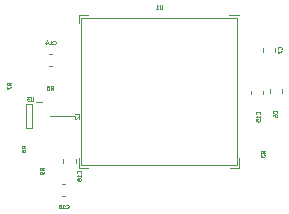
<source format=gbr>
%TF.GenerationSoftware,KiCad,Pcbnew,(7.0.0)*%
%TF.CreationDate,2023-10-08T10:18:40-07:00*%
%TF.ProjectId,Dot-LED,446f742d-4c45-4442-9e6b-696361645f70,rev?*%
%TF.SameCoordinates,Original*%
%TF.FileFunction,Legend,Bot*%
%TF.FilePolarity,Positive*%
%FSLAX46Y46*%
G04 Gerber Fmt 4.6, Leading zero omitted, Abs format (unit mm)*
G04 Created by KiCad (PCBNEW (7.0.0)) date 2023-10-08 10:18:40*
%MOMM*%
%LPD*%
G01*
G04 APERTURE LIST*
%ADD10C,0.082500*%
%ADD11C,0.125000*%
G04 APERTURE END LIST*
D10*
%TO.C,C7*%
X138439807Y-52094999D02*
X138455521Y-52079285D01*
X138455521Y-52079285D02*
X138471235Y-52032142D01*
X138471235Y-52032142D02*
X138471235Y-52000714D01*
X138471235Y-52000714D02*
X138455521Y-51953571D01*
X138455521Y-51953571D02*
X138424092Y-51922142D01*
X138424092Y-51922142D02*
X138392664Y-51906428D01*
X138392664Y-51906428D02*
X138329807Y-51890714D01*
X138329807Y-51890714D02*
X138282664Y-51890714D01*
X138282664Y-51890714D02*
X138219807Y-51906428D01*
X138219807Y-51906428D02*
X138188378Y-51922142D01*
X138188378Y-51922142D02*
X138156950Y-51953571D01*
X138156950Y-51953571D02*
X138141235Y-52000714D01*
X138141235Y-52000714D02*
X138141235Y-52032142D01*
X138141235Y-52032142D02*
X138156950Y-52079285D01*
X138156950Y-52079285D02*
X138172664Y-52094999D01*
X138141235Y-52204999D02*
X138141235Y-52424999D01*
X138141235Y-52424999D02*
X138471235Y-52283571D01*
%TO.C,U1*%
X128326428Y-48366235D02*
X128326428Y-48633378D01*
X128326428Y-48633378D02*
X128310714Y-48664807D01*
X128310714Y-48664807D02*
X128295000Y-48680521D01*
X128295000Y-48680521D02*
X128263571Y-48696235D01*
X128263571Y-48696235D02*
X128200714Y-48696235D01*
X128200714Y-48696235D02*
X128169285Y-48680521D01*
X128169285Y-48680521D02*
X128153571Y-48664807D01*
X128153571Y-48664807D02*
X128137857Y-48633378D01*
X128137857Y-48633378D02*
X128137857Y-48366235D01*
X127807857Y-48696235D02*
X127996428Y-48696235D01*
X127902143Y-48696235D02*
X127902143Y-48366235D01*
X127902143Y-48366235D02*
X127933571Y-48413378D01*
X127933571Y-48413378D02*
X127965000Y-48444807D01*
X127965000Y-48444807D02*
X127996428Y-48460521D01*
%TO.C,C14*%
X119112143Y-51659807D02*
X119127857Y-51675521D01*
X119127857Y-51675521D02*
X119175000Y-51691235D01*
X119175000Y-51691235D02*
X119206428Y-51691235D01*
X119206428Y-51691235D02*
X119253571Y-51675521D01*
X119253571Y-51675521D02*
X119285000Y-51644092D01*
X119285000Y-51644092D02*
X119300714Y-51612664D01*
X119300714Y-51612664D02*
X119316428Y-51549807D01*
X119316428Y-51549807D02*
X119316428Y-51502664D01*
X119316428Y-51502664D02*
X119300714Y-51439807D01*
X119300714Y-51439807D02*
X119285000Y-51408378D01*
X119285000Y-51408378D02*
X119253571Y-51376950D01*
X119253571Y-51376950D02*
X119206428Y-51361235D01*
X119206428Y-51361235D02*
X119175000Y-51361235D01*
X119175000Y-51361235D02*
X119127857Y-51376950D01*
X119127857Y-51376950D02*
X119112143Y-51392664D01*
X118797857Y-51691235D02*
X118986428Y-51691235D01*
X118892143Y-51691235D02*
X118892143Y-51361235D01*
X118892143Y-51361235D02*
X118923571Y-51408378D01*
X118923571Y-51408378D02*
X118955000Y-51439807D01*
X118955000Y-51439807D02*
X118986428Y-51455521D01*
X118515000Y-51471235D02*
X118515000Y-51691235D01*
X118593571Y-51345521D02*
X118672142Y-51581235D01*
X118672142Y-51581235D02*
X118467857Y-51581235D01*
%TO.C,C18*%
X121439807Y-62587856D02*
X121455521Y-62572142D01*
X121455521Y-62572142D02*
X121471235Y-62524999D01*
X121471235Y-62524999D02*
X121471235Y-62493571D01*
X121471235Y-62493571D02*
X121455521Y-62446428D01*
X121455521Y-62446428D02*
X121424092Y-62414999D01*
X121424092Y-62414999D02*
X121392664Y-62399285D01*
X121392664Y-62399285D02*
X121329807Y-62383571D01*
X121329807Y-62383571D02*
X121282664Y-62383571D01*
X121282664Y-62383571D02*
X121219807Y-62399285D01*
X121219807Y-62399285D02*
X121188378Y-62414999D01*
X121188378Y-62414999D02*
X121156950Y-62446428D01*
X121156950Y-62446428D02*
X121141235Y-62493571D01*
X121141235Y-62493571D02*
X121141235Y-62524999D01*
X121141235Y-62524999D02*
X121156950Y-62572142D01*
X121156950Y-62572142D02*
X121172664Y-62587856D01*
X121471235Y-62902142D02*
X121471235Y-62713571D01*
X121471235Y-62807856D02*
X121141235Y-62807856D01*
X121141235Y-62807856D02*
X121188378Y-62776428D01*
X121188378Y-62776428D02*
X121219807Y-62744999D01*
X121219807Y-62744999D02*
X121235521Y-62713571D01*
X121282664Y-63090714D02*
X121266950Y-63059285D01*
X121266950Y-63059285D02*
X121251235Y-63043571D01*
X121251235Y-63043571D02*
X121219807Y-63027857D01*
X121219807Y-63027857D02*
X121204092Y-63027857D01*
X121204092Y-63027857D02*
X121172664Y-63043571D01*
X121172664Y-63043571D02*
X121156950Y-63059285D01*
X121156950Y-63059285D02*
X121141235Y-63090714D01*
X121141235Y-63090714D02*
X121141235Y-63153571D01*
X121141235Y-63153571D02*
X121156950Y-63185000D01*
X121156950Y-63185000D02*
X121172664Y-63200714D01*
X121172664Y-63200714D02*
X121204092Y-63216428D01*
X121204092Y-63216428D02*
X121219807Y-63216428D01*
X121219807Y-63216428D02*
X121251235Y-63200714D01*
X121251235Y-63200714D02*
X121266950Y-63185000D01*
X121266950Y-63185000D02*
X121282664Y-63153571D01*
X121282664Y-63153571D02*
X121282664Y-63090714D01*
X121282664Y-63090714D02*
X121298378Y-63059285D01*
X121298378Y-63059285D02*
X121314092Y-63043571D01*
X121314092Y-63043571D02*
X121345521Y-63027857D01*
X121345521Y-63027857D02*
X121408378Y-63027857D01*
X121408378Y-63027857D02*
X121439807Y-63043571D01*
X121439807Y-63043571D02*
X121455521Y-63059285D01*
X121455521Y-63059285D02*
X121471235Y-63090714D01*
X121471235Y-63090714D02*
X121471235Y-63153571D01*
X121471235Y-63153571D02*
X121455521Y-63185000D01*
X121455521Y-63185000D02*
X121439807Y-63200714D01*
X121439807Y-63200714D02*
X121408378Y-63216428D01*
X121408378Y-63216428D02*
X121345521Y-63216428D01*
X121345521Y-63216428D02*
X121314092Y-63200714D01*
X121314092Y-63200714D02*
X121298378Y-63185000D01*
X121298378Y-63185000D02*
X121282664Y-63153571D01*
%TO.C,R7*%
X115571235Y-55144999D02*
X115414092Y-55034999D01*
X115571235Y-54956428D02*
X115241235Y-54956428D01*
X115241235Y-54956428D02*
X115241235Y-55082142D01*
X115241235Y-55082142D02*
X115256950Y-55113571D01*
X115256950Y-55113571D02*
X115272664Y-55129285D01*
X115272664Y-55129285D02*
X115304092Y-55144999D01*
X115304092Y-55144999D02*
X115351235Y-55144999D01*
X115351235Y-55144999D02*
X115382664Y-55129285D01*
X115382664Y-55129285D02*
X115398378Y-55113571D01*
X115398378Y-55113571D02*
X115414092Y-55082142D01*
X115414092Y-55082142D02*
X115414092Y-54956428D01*
X115241235Y-55254999D02*
X115241235Y-55474999D01*
X115241235Y-55474999D02*
X115571235Y-55333571D01*
%TO.C,R9*%
X118321235Y-62344999D02*
X118164092Y-62234999D01*
X118321235Y-62156428D02*
X117991235Y-62156428D01*
X117991235Y-62156428D02*
X117991235Y-62282142D01*
X117991235Y-62282142D02*
X118006950Y-62313571D01*
X118006950Y-62313571D02*
X118022664Y-62329285D01*
X118022664Y-62329285D02*
X118054092Y-62344999D01*
X118054092Y-62344999D02*
X118101235Y-62344999D01*
X118101235Y-62344999D02*
X118132664Y-62329285D01*
X118132664Y-62329285D02*
X118148378Y-62313571D01*
X118148378Y-62313571D02*
X118164092Y-62282142D01*
X118164092Y-62282142D02*
X118164092Y-62156428D01*
X118321235Y-62502142D02*
X118321235Y-62564999D01*
X118321235Y-62564999D02*
X118305521Y-62596428D01*
X118305521Y-62596428D02*
X118289807Y-62612142D01*
X118289807Y-62612142D02*
X118242664Y-62643571D01*
X118242664Y-62643571D02*
X118179807Y-62659285D01*
X118179807Y-62659285D02*
X118054092Y-62659285D01*
X118054092Y-62659285D02*
X118022664Y-62643571D01*
X118022664Y-62643571D02*
X118006950Y-62627857D01*
X118006950Y-62627857D02*
X117991235Y-62596428D01*
X117991235Y-62596428D02*
X117991235Y-62533571D01*
X117991235Y-62533571D02*
X118006950Y-62502142D01*
X118006950Y-62502142D02*
X118022664Y-62486428D01*
X118022664Y-62486428D02*
X118054092Y-62470714D01*
X118054092Y-62470714D02*
X118132664Y-62470714D01*
X118132664Y-62470714D02*
X118164092Y-62486428D01*
X118164092Y-62486428D02*
X118179807Y-62502142D01*
X118179807Y-62502142D02*
X118195521Y-62533571D01*
X118195521Y-62533571D02*
X118195521Y-62596428D01*
X118195521Y-62596428D02*
X118179807Y-62627857D01*
X118179807Y-62627857D02*
X118164092Y-62643571D01*
X118164092Y-62643571D02*
X118132664Y-62659285D01*
%TO.C,C6*%
X138039807Y-57494999D02*
X138055521Y-57479285D01*
X138055521Y-57479285D02*
X138071235Y-57432142D01*
X138071235Y-57432142D02*
X138071235Y-57400714D01*
X138071235Y-57400714D02*
X138055521Y-57353571D01*
X138055521Y-57353571D02*
X138024092Y-57322142D01*
X138024092Y-57322142D02*
X137992664Y-57306428D01*
X137992664Y-57306428D02*
X137929807Y-57290714D01*
X137929807Y-57290714D02*
X137882664Y-57290714D01*
X137882664Y-57290714D02*
X137819807Y-57306428D01*
X137819807Y-57306428D02*
X137788378Y-57322142D01*
X137788378Y-57322142D02*
X137756950Y-57353571D01*
X137756950Y-57353571D02*
X137741235Y-57400714D01*
X137741235Y-57400714D02*
X137741235Y-57432142D01*
X137741235Y-57432142D02*
X137756950Y-57479285D01*
X137756950Y-57479285D02*
X137772664Y-57494999D01*
X137741235Y-57777857D02*
X137741235Y-57714999D01*
X137741235Y-57714999D02*
X137756950Y-57683571D01*
X137756950Y-57683571D02*
X137772664Y-57667857D01*
X137772664Y-57667857D02*
X137819807Y-57636428D01*
X137819807Y-57636428D02*
X137882664Y-57620714D01*
X137882664Y-57620714D02*
X138008378Y-57620714D01*
X138008378Y-57620714D02*
X138039807Y-57636428D01*
X138039807Y-57636428D02*
X138055521Y-57652142D01*
X138055521Y-57652142D02*
X138071235Y-57683571D01*
X138071235Y-57683571D02*
X138071235Y-57746428D01*
X138071235Y-57746428D02*
X138055521Y-57777857D01*
X138055521Y-57777857D02*
X138039807Y-57793571D01*
X138039807Y-57793571D02*
X138008378Y-57809285D01*
X138008378Y-57809285D02*
X137929807Y-57809285D01*
X137929807Y-57809285D02*
X137898378Y-57793571D01*
X137898378Y-57793571D02*
X137882664Y-57777857D01*
X137882664Y-57777857D02*
X137866950Y-57746428D01*
X137866950Y-57746428D02*
X137866950Y-57683571D01*
X137866950Y-57683571D02*
X137882664Y-57652142D01*
X137882664Y-57652142D02*
X137898378Y-57636428D01*
X137898378Y-57636428D02*
X137929807Y-57620714D01*
%TO.C,C16*%
X120212143Y-65539807D02*
X120227857Y-65555521D01*
X120227857Y-65555521D02*
X120275000Y-65571235D01*
X120275000Y-65571235D02*
X120306428Y-65571235D01*
X120306428Y-65571235D02*
X120353571Y-65555521D01*
X120353571Y-65555521D02*
X120385000Y-65524092D01*
X120385000Y-65524092D02*
X120400714Y-65492664D01*
X120400714Y-65492664D02*
X120416428Y-65429807D01*
X120416428Y-65429807D02*
X120416428Y-65382664D01*
X120416428Y-65382664D02*
X120400714Y-65319807D01*
X120400714Y-65319807D02*
X120385000Y-65288378D01*
X120385000Y-65288378D02*
X120353571Y-65256950D01*
X120353571Y-65256950D02*
X120306428Y-65241235D01*
X120306428Y-65241235D02*
X120275000Y-65241235D01*
X120275000Y-65241235D02*
X120227857Y-65256950D01*
X120227857Y-65256950D02*
X120212143Y-65272664D01*
X119897857Y-65571235D02*
X120086428Y-65571235D01*
X119992143Y-65571235D02*
X119992143Y-65241235D01*
X119992143Y-65241235D02*
X120023571Y-65288378D01*
X120023571Y-65288378D02*
X120055000Y-65319807D01*
X120055000Y-65319807D02*
X120086428Y-65335521D01*
X119615000Y-65241235D02*
X119677857Y-65241235D01*
X119677857Y-65241235D02*
X119709285Y-65256950D01*
X119709285Y-65256950D02*
X119725000Y-65272664D01*
X119725000Y-65272664D02*
X119756428Y-65319807D01*
X119756428Y-65319807D02*
X119772142Y-65382664D01*
X119772142Y-65382664D02*
X119772142Y-65508378D01*
X119772142Y-65508378D02*
X119756428Y-65539807D01*
X119756428Y-65539807D02*
X119740714Y-65555521D01*
X119740714Y-65555521D02*
X119709285Y-65571235D01*
X119709285Y-65571235D02*
X119646428Y-65571235D01*
X119646428Y-65571235D02*
X119615000Y-65555521D01*
X119615000Y-65555521D02*
X119599285Y-65539807D01*
X119599285Y-65539807D02*
X119583571Y-65508378D01*
X119583571Y-65508378D02*
X119583571Y-65429807D01*
X119583571Y-65429807D02*
X119599285Y-65398378D01*
X119599285Y-65398378D02*
X119615000Y-65382664D01*
X119615000Y-65382664D02*
X119646428Y-65366950D01*
X119646428Y-65366950D02*
X119709285Y-65366950D01*
X119709285Y-65366950D02*
X119740714Y-65382664D01*
X119740714Y-65382664D02*
X119756428Y-65398378D01*
X119756428Y-65398378D02*
X119772142Y-65429807D01*
%TO.C,R3*%
X137021235Y-60894999D02*
X136864092Y-60784999D01*
X137021235Y-60706428D02*
X136691235Y-60706428D01*
X136691235Y-60706428D02*
X136691235Y-60832142D01*
X136691235Y-60832142D02*
X136706950Y-60863571D01*
X136706950Y-60863571D02*
X136722664Y-60879285D01*
X136722664Y-60879285D02*
X136754092Y-60894999D01*
X136754092Y-60894999D02*
X136801235Y-60894999D01*
X136801235Y-60894999D02*
X136832664Y-60879285D01*
X136832664Y-60879285D02*
X136848378Y-60863571D01*
X136848378Y-60863571D02*
X136864092Y-60832142D01*
X136864092Y-60832142D02*
X136864092Y-60706428D01*
X136691235Y-61004999D02*
X136691235Y-61209285D01*
X136691235Y-61209285D02*
X136816950Y-61099285D01*
X136816950Y-61099285D02*
X136816950Y-61146428D01*
X136816950Y-61146428D02*
X136832664Y-61177857D01*
X136832664Y-61177857D02*
X136848378Y-61193571D01*
X136848378Y-61193571D02*
X136879807Y-61209285D01*
X136879807Y-61209285D02*
X136958378Y-61209285D01*
X136958378Y-61209285D02*
X136989807Y-61193571D01*
X136989807Y-61193571D02*
X137005521Y-61177857D01*
X137005521Y-61177857D02*
X137021235Y-61146428D01*
X137021235Y-61146428D02*
X137021235Y-61052142D01*
X137021235Y-61052142D02*
X137005521Y-61020714D01*
X137005521Y-61020714D02*
X136989807Y-61004999D01*
%TO.C,R8*%
X116771235Y-60494999D02*
X116614092Y-60384999D01*
X116771235Y-60306428D02*
X116441235Y-60306428D01*
X116441235Y-60306428D02*
X116441235Y-60432142D01*
X116441235Y-60432142D02*
X116456950Y-60463571D01*
X116456950Y-60463571D02*
X116472664Y-60479285D01*
X116472664Y-60479285D02*
X116504092Y-60494999D01*
X116504092Y-60494999D02*
X116551235Y-60494999D01*
X116551235Y-60494999D02*
X116582664Y-60479285D01*
X116582664Y-60479285D02*
X116598378Y-60463571D01*
X116598378Y-60463571D02*
X116614092Y-60432142D01*
X116614092Y-60432142D02*
X116614092Y-60306428D01*
X116582664Y-60683571D02*
X116566950Y-60652142D01*
X116566950Y-60652142D02*
X116551235Y-60636428D01*
X116551235Y-60636428D02*
X116519807Y-60620714D01*
X116519807Y-60620714D02*
X116504092Y-60620714D01*
X116504092Y-60620714D02*
X116472664Y-60636428D01*
X116472664Y-60636428D02*
X116456950Y-60652142D01*
X116456950Y-60652142D02*
X116441235Y-60683571D01*
X116441235Y-60683571D02*
X116441235Y-60746428D01*
X116441235Y-60746428D02*
X116456950Y-60777857D01*
X116456950Y-60777857D02*
X116472664Y-60793571D01*
X116472664Y-60793571D02*
X116504092Y-60809285D01*
X116504092Y-60809285D02*
X116519807Y-60809285D01*
X116519807Y-60809285D02*
X116551235Y-60793571D01*
X116551235Y-60793571D02*
X116566950Y-60777857D01*
X116566950Y-60777857D02*
X116582664Y-60746428D01*
X116582664Y-60746428D02*
X116582664Y-60683571D01*
X116582664Y-60683571D02*
X116598378Y-60652142D01*
X116598378Y-60652142D02*
X116614092Y-60636428D01*
X116614092Y-60636428D02*
X116645521Y-60620714D01*
X116645521Y-60620714D02*
X116708378Y-60620714D01*
X116708378Y-60620714D02*
X116739807Y-60636428D01*
X116739807Y-60636428D02*
X116755521Y-60652142D01*
X116755521Y-60652142D02*
X116771235Y-60683571D01*
X116771235Y-60683571D02*
X116771235Y-60746428D01*
X116771235Y-60746428D02*
X116755521Y-60777857D01*
X116755521Y-60777857D02*
X116739807Y-60793571D01*
X116739807Y-60793571D02*
X116708378Y-60809285D01*
X116708378Y-60809285D02*
X116645521Y-60809285D01*
X116645521Y-60809285D02*
X116614092Y-60793571D01*
X116614092Y-60793571D02*
X116598378Y-60777857D01*
X116598378Y-60777857D02*
X116582664Y-60746428D01*
%TO.C,U3*%
X117451428Y-56141235D02*
X117451428Y-56408378D01*
X117451428Y-56408378D02*
X117435714Y-56439807D01*
X117435714Y-56439807D02*
X117420000Y-56455521D01*
X117420000Y-56455521D02*
X117388571Y-56471235D01*
X117388571Y-56471235D02*
X117325714Y-56471235D01*
X117325714Y-56471235D02*
X117294285Y-56455521D01*
X117294285Y-56455521D02*
X117278571Y-56439807D01*
X117278571Y-56439807D02*
X117262857Y-56408378D01*
X117262857Y-56408378D02*
X117262857Y-56141235D01*
X117137143Y-56141235D02*
X116932857Y-56141235D01*
X116932857Y-56141235D02*
X117042857Y-56266950D01*
X117042857Y-56266950D02*
X116995714Y-56266950D01*
X116995714Y-56266950D02*
X116964286Y-56282664D01*
X116964286Y-56282664D02*
X116948571Y-56298378D01*
X116948571Y-56298378D02*
X116932857Y-56329807D01*
X116932857Y-56329807D02*
X116932857Y-56408378D01*
X116932857Y-56408378D02*
X116948571Y-56439807D01*
X116948571Y-56439807D02*
X116964286Y-56455521D01*
X116964286Y-56455521D02*
X116995714Y-56471235D01*
X116995714Y-56471235D02*
X117090000Y-56471235D01*
X117090000Y-56471235D02*
X117121428Y-56455521D01*
X117121428Y-56455521D02*
X117137143Y-56439807D01*
%TO.C,C15*%
X136589807Y-57587856D02*
X136605521Y-57572142D01*
X136605521Y-57572142D02*
X136621235Y-57524999D01*
X136621235Y-57524999D02*
X136621235Y-57493571D01*
X136621235Y-57493571D02*
X136605521Y-57446428D01*
X136605521Y-57446428D02*
X136574092Y-57414999D01*
X136574092Y-57414999D02*
X136542664Y-57399285D01*
X136542664Y-57399285D02*
X136479807Y-57383571D01*
X136479807Y-57383571D02*
X136432664Y-57383571D01*
X136432664Y-57383571D02*
X136369807Y-57399285D01*
X136369807Y-57399285D02*
X136338378Y-57414999D01*
X136338378Y-57414999D02*
X136306950Y-57446428D01*
X136306950Y-57446428D02*
X136291235Y-57493571D01*
X136291235Y-57493571D02*
X136291235Y-57524999D01*
X136291235Y-57524999D02*
X136306950Y-57572142D01*
X136306950Y-57572142D02*
X136322664Y-57587856D01*
X136621235Y-57902142D02*
X136621235Y-57713571D01*
X136621235Y-57807856D02*
X136291235Y-57807856D01*
X136291235Y-57807856D02*
X136338378Y-57776428D01*
X136338378Y-57776428D02*
X136369807Y-57744999D01*
X136369807Y-57744999D02*
X136385521Y-57713571D01*
X136291235Y-58200714D02*
X136291235Y-58043571D01*
X136291235Y-58043571D02*
X136448378Y-58027857D01*
X136448378Y-58027857D02*
X136432664Y-58043571D01*
X136432664Y-58043571D02*
X136416950Y-58075000D01*
X136416950Y-58075000D02*
X136416950Y-58153571D01*
X136416950Y-58153571D02*
X136432664Y-58185000D01*
X136432664Y-58185000D02*
X136448378Y-58200714D01*
X136448378Y-58200714D02*
X136479807Y-58216428D01*
X136479807Y-58216428D02*
X136558378Y-58216428D01*
X136558378Y-58216428D02*
X136589807Y-58200714D01*
X136589807Y-58200714D02*
X136605521Y-58185000D01*
X136605521Y-58185000D02*
X136621235Y-58153571D01*
X136621235Y-58153571D02*
X136621235Y-58075000D01*
X136621235Y-58075000D02*
X136605521Y-58043571D01*
X136605521Y-58043571D02*
X136589807Y-58027857D01*
%TO.C,R6*%
X118905000Y-55521235D02*
X119015000Y-55364092D01*
X119093571Y-55521235D02*
X119093571Y-55191235D01*
X119093571Y-55191235D02*
X118967857Y-55191235D01*
X118967857Y-55191235D02*
X118936428Y-55206950D01*
X118936428Y-55206950D02*
X118920714Y-55222664D01*
X118920714Y-55222664D02*
X118905000Y-55254092D01*
X118905000Y-55254092D02*
X118905000Y-55301235D01*
X118905000Y-55301235D02*
X118920714Y-55332664D01*
X118920714Y-55332664D02*
X118936428Y-55348378D01*
X118936428Y-55348378D02*
X118967857Y-55364092D01*
X118967857Y-55364092D02*
X119093571Y-55364092D01*
X118622143Y-55191235D02*
X118685000Y-55191235D01*
X118685000Y-55191235D02*
X118716428Y-55206950D01*
X118716428Y-55206950D02*
X118732143Y-55222664D01*
X118732143Y-55222664D02*
X118763571Y-55269807D01*
X118763571Y-55269807D02*
X118779285Y-55332664D01*
X118779285Y-55332664D02*
X118779285Y-55458378D01*
X118779285Y-55458378D02*
X118763571Y-55489807D01*
X118763571Y-55489807D02*
X118747857Y-55505521D01*
X118747857Y-55505521D02*
X118716428Y-55521235D01*
X118716428Y-55521235D02*
X118653571Y-55521235D01*
X118653571Y-55521235D02*
X118622143Y-55505521D01*
X118622143Y-55505521D02*
X118606428Y-55489807D01*
X118606428Y-55489807D02*
X118590714Y-55458378D01*
X118590714Y-55458378D02*
X118590714Y-55379807D01*
X118590714Y-55379807D02*
X118606428Y-55348378D01*
X118606428Y-55348378D02*
X118622143Y-55332664D01*
X118622143Y-55332664D02*
X118653571Y-55316950D01*
X118653571Y-55316950D02*
X118716428Y-55316950D01*
X118716428Y-55316950D02*
X118747857Y-55332664D01*
X118747857Y-55332664D02*
X118763571Y-55348378D01*
X118763571Y-55348378D02*
X118779285Y-55379807D01*
%TO.C,L2*%
X121271235Y-57695000D02*
X121271235Y-57537857D01*
X121271235Y-57537857D02*
X120941235Y-57537857D01*
X120972664Y-57789286D02*
X120956950Y-57805000D01*
X120956950Y-57805000D02*
X120941235Y-57836429D01*
X120941235Y-57836429D02*
X120941235Y-57915000D01*
X120941235Y-57915000D02*
X120956950Y-57946429D01*
X120956950Y-57946429D02*
X120972664Y-57962143D01*
X120972664Y-57962143D02*
X121004092Y-57977857D01*
X121004092Y-57977857D02*
X121035521Y-57977857D01*
X121035521Y-57977857D02*
X121082664Y-57962143D01*
X121082664Y-57962143D02*
X121271235Y-57773571D01*
X121271235Y-57773571D02*
X121271235Y-57977857D01*
D11*
%TO.C,C7*%
X137910000Y-52003733D02*
X137910000Y-52296267D01*
X136890000Y-52003733D02*
X136890000Y-52296267D01*
%TO.C,U1*%
X134875000Y-62125000D02*
X134075000Y-62125000D01*
X134875000Y-61325000D02*
X134875000Y-62125000D01*
X134675000Y-61925000D02*
X134675000Y-49425000D01*
X134675000Y-49425000D02*
X121475000Y-49425000D01*
X134000000Y-49225000D02*
X134850000Y-49225000D01*
X122025000Y-49225000D02*
X121275000Y-49225000D01*
X121475000Y-61925000D02*
X134675000Y-61925000D01*
X121475000Y-49425000D02*
X121475000Y-61925000D01*
X121275000Y-62125000D02*
X122075000Y-62125000D01*
X121275000Y-61325000D02*
X121275000Y-62125000D01*
X121275000Y-49225000D02*
X121275000Y-49875000D01*
%TO.C,C14*%
X119046267Y-53510000D02*
X118753733Y-53510000D01*
X119046267Y-52490000D02*
X118753733Y-52490000D01*
%TO.C,C18*%
X119990000Y-61696267D02*
X119990000Y-61403733D01*
X121010000Y-61696267D02*
X121010000Y-61403733D01*
%TO.C,C6*%
X137440000Y-55796267D02*
X137440000Y-55503733D01*
X138460000Y-55796267D02*
X138460000Y-55503733D01*
%TO.C,C16*%
X120146267Y-64560000D02*
X119853733Y-64560000D01*
X120146267Y-63540000D02*
X119853733Y-63540000D01*
%TO.C,U3*%
X118163000Y-56600000D02*
X117688000Y-56600000D01*
X117338000Y-58800000D02*
X117338000Y-56700000D01*
X117338000Y-56700000D02*
X116838000Y-56700000D01*
X116838000Y-58800000D02*
X117338000Y-58800000D01*
X116838000Y-56700000D02*
X116838000Y-58800000D01*
%TO.C,C15*%
X136910000Y-55603733D02*
X136910000Y-55896267D01*
X135890000Y-55603733D02*
X135890000Y-55896267D01*
%TO.C,L2*%
X120850000Y-57750000D02*
X118850000Y-57750000D01*
%TD*%
M02*

</source>
